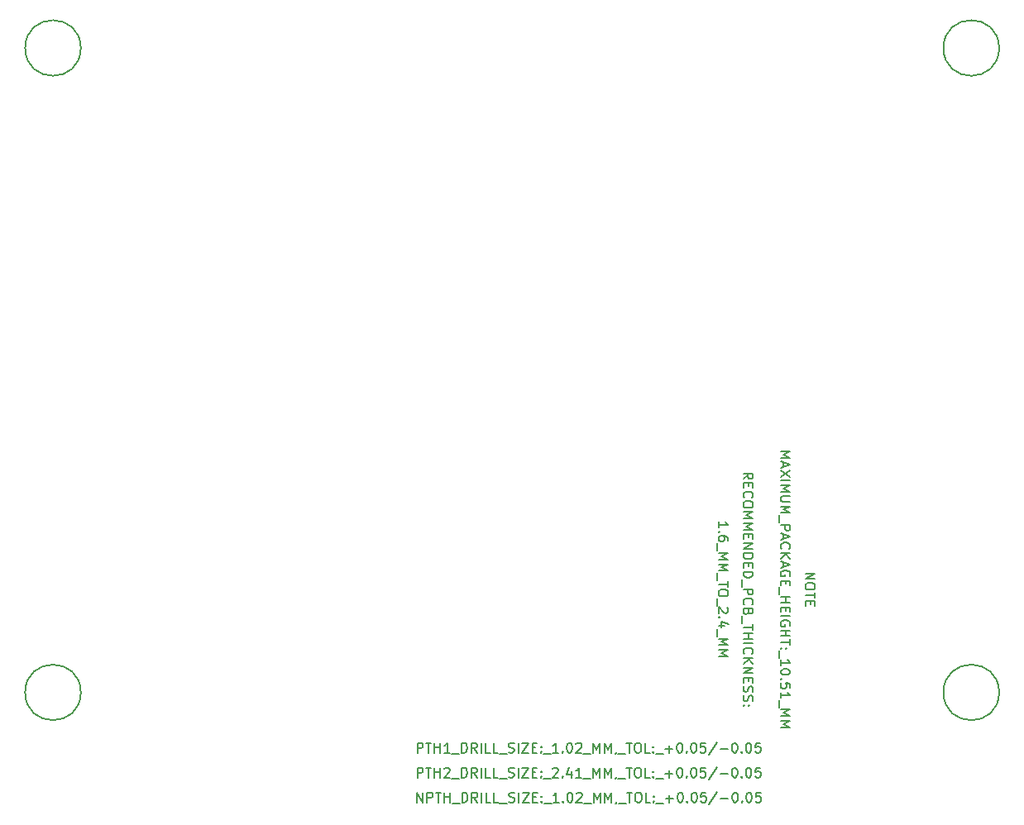
<source format=gbr>
%TF.GenerationSoftware,KiCad,Pcbnew,8.0.8*%
%TF.CreationDate,2025-02-06T17:20:13+00:00*%
%TF.ProjectId,mallow_adapt_v1.3,6d616c6c-6f77-45f6-9164-6170745f7631,rev?*%
%TF.SameCoordinates,Original*%
%TF.FileFunction,Other,Comment*%
%FSLAX46Y46*%
G04 Gerber Fmt 4.6, Leading zero omitted, Abs format (unit mm)*
G04 Created by KiCad (PCBNEW 8.0.8) date 2025-02-06 17:20:13*
%MOMM*%
%LPD*%
G01*
G04 APERTURE LIST*
%ADD10C,0.150000*%
G04 APERTURE END LIST*
D10*
X36302396Y-16714818D02*
X36302396Y-15714818D01*
X36302396Y-15714818D02*
X36683348Y-15714818D01*
X36683348Y-15714818D02*
X36778586Y-15762437D01*
X36778586Y-15762437D02*
X36826205Y-15810056D01*
X36826205Y-15810056D02*
X36873824Y-15905294D01*
X36873824Y-15905294D02*
X36873824Y-16048151D01*
X36873824Y-16048151D02*
X36826205Y-16143389D01*
X36826205Y-16143389D02*
X36778586Y-16191008D01*
X36778586Y-16191008D02*
X36683348Y-16238627D01*
X36683348Y-16238627D02*
X36302396Y-16238627D01*
X37159539Y-15714818D02*
X37730967Y-15714818D01*
X37445253Y-16714818D02*
X37445253Y-15714818D01*
X38064301Y-16714818D02*
X38064301Y-15714818D01*
X38064301Y-16191008D02*
X38635729Y-16191008D01*
X38635729Y-16714818D02*
X38635729Y-15714818D01*
X39064301Y-15810056D02*
X39111920Y-15762437D01*
X39111920Y-15762437D02*
X39207158Y-15714818D01*
X39207158Y-15714818D02*
X39445253Y-15714818D01*
X39445253Y-15714818D02*
X39540491Y-15762437D01*
X39540491Y-15762437D02*
X39588110Y-15810056D01*
X39588110Y-15810056D02*
X39635729Y-15905294D01*
X39635729Y-15905294D02*
X39635729Y-16000532D01*
X39635729Y-16000532D02*
X39588110Y-16143389D01*
X39588110Y-16143389D02*
X39016682Y-16714818D01*
X39016682Y-16714818D02*
X39635729Y-16714818D01*
X39826206Y-16810056D02*
X40588110Y-16810056D01*
X40826206Y-16714818D02*
X40826206Y-15714818D01*
X40826206Y-15714818D02*
X41064301Y-15714818D01*
X41064301Y-15714818D02*
X41207158Y-15762437D01*
X41207158Y-15762437D02*
X41302396Y-15857675D01*
X41302396Y-15857675D02*
X41350015Y-15952913D01*
X41350015Y-15952913D02*
X41397634Y-16143389D01*
X41397634Y-16143389D02*
X41397634Y-16286246D01*
X41397634Y-16286246D02*
X41350015Y-16476722D01*
X41350015Y-16476722D02*
X41302396Y-16571960D01*
X41302396Y-16571960D02*
X41207158Y-16667199D01*
X41207158Y-16667199D02*
X41064301Y-16714818D01*
X41064301Y-16714818D02*
X40826206Y-16714818D01*
X42397634Y-16714818D02*
X42064301Y-16238627D01*
X41826206Y-16714818D02*
X41826206Y-15714818D01*
X41826206Y-15714818D02*
X42207158Y-15714818D01*
X42207158Y-15714818D02*
X42302396Y-15762437D01*
X42302396Y-15762437D02*
X42350015Y-15810056D01*
X42350015Y-15810056D02*
X42397634Y-15905294D01*
X42397634Y-15905294D02*
X42397634Y-16048151D01*
X42397634Y-16048151D02*
X42350015Y-16143389D01*
X42350015Y-16143389D02*
X42302396Y-16191008D01*
X42302396Y-16191008D02*
X42207158Y-16238627D01*
X42207158Y-16238627D02*
X41826206Y-16238627D01*
X42826206Y-16714818D02*
X42826206Y-15714818D01*
X43778586Y-16714818D02*
X43302396Y-16714818D01*
X43302396Y-16714818D02*
X43302396Y-15714818D01*
X44588110Y-16714818D02*
X44111920Y-16714818D01*
X44111920Y-16714818D02*
X44111920Y-15714818D01*
X44683349Y-16810056D02*
X45445253Y-16810056D01*
X45635730Y-16667199D02*
X45778587Y-16714818D01*
X45778587Y-16714818D02*
X46016682Y-16714818D01*
X46016682Y-16714818D02*
X46111920Y-16667199D01*
X46111920Y-16667199D02*
X46159539Y-16619579D01*
X46159539Y-16619579D02*
X46207158Y-16524341D01*
X46207158Y-16524341D02*
X46207158Y-16429103D01*
X46207158Y-16429103D02*
X46159539Y-16333865D01*
X46159539Y-16333865D02*
X46111920Y-16286246D01*
X46111920Y-16286246D02*
X46016682Y-16238627D01*
X46016682Y-16238627D02*
X45826206Y-16191008D01*
X45826206Y-16191008D02*
X45730968Y-16143389D01*
X45730968Y-16143389D02*
X45683349Y-16095770D01*
X45683349Y-16095770D02*
X45635730Y-16000532D01*
X45635730Y-16000532D02*
X45635730Y-15905294D01*
X45635730Y-15905294D02*
X45683349Y-15810056D01*
X45683349Y-15810056D02*
X45730968Y-15762437D01*
X45730968Y-15762437D02*
X45826206Y-15714818D01*
X45826206Y-15714818D02*
X46064301Y-15714818D01*
X46064301Y-15714818D02*
X46207158Y-15762437D01*
X46635730Y-16714818D02*
X46635730Y-15714818D01*
X47016682Y-15714818D02*
X47683348Y-15714818D01*
X47683348Y-15714818D02*
X47016682Y-16714818D01*
X47016682Y-16714818D02*
X47683348Y-16714818D01*
X48064301Y-16191008D02*
X48397634Y-16191008D01*
X48540491Y-16714818D02*
X48064301Y-16714818D01*
X48064301Y-16714818D02*
X48064301Y-15714818D01*
X48064301Y-15714818D02*
X48540491Y-15714818D01*
X48969063Y-16619579D02*
X49016682Y-16667199D01*
X49016682Y-16667199D02*
X48969063Y-16714818D01*
X48969063Y-16714818D02*
X48921444Y-16667199D01*
X48921444Y-16667199D02*
X48969063Y-16619579D01*
X48969063Y-16619579D02*
X48969063Y-16714818D01*
X48969063Y-16095770D02*
X49016682Y-16143389D01*
X49016682Y-16143389D02*
X48969063Y-16191008D01*
X48969063Y-16191008D02*
X48921444Y-16143389D01*
X48921444Y-16143389D02*
X48969063Y-16095770D01*
X48969063Y-16095770D02*
X48969063Y-16191008D01*
X49207158Y-16810056D02*
X49969062Y-16810056D01*
X50159539Y-15810056D02*
X50207158Y-15762437D01*
X50207158Y-15762437D02*
X50302396Y-15714818D01*
X50302396Y-15714818D02*
X50540491Y-15714818D01*
X50540491Y-15714818D02*
X50635729Y-15762437D01*
X50635729Y-15762437D02*
X50683348Y-15810056D01*
X50683348Y-15810056D02*
X50730967Y-15905294D01*
X50730967Y-15905294D02*
X50730967Y-16000532D01*
X50730967Y-16000532D02*
X50683348Y-16143389D01*
X50683348Y-16143389D02*
X50111920Y-16714818D01*
X50111920Y-16714818D02*
X50730967Y-16714818D01*
X51159539Y-16619579D02*
X51207158Y-16667199D01*
X51207158Y-16667199D02*
X51159539Y-16714818D01*
X51159539Y-16714818D02*
X51111920Y-16667199D01*
X51111920Y-16667199D02*
X51159539Y-16619579D01*
X51159539Y-16619579D02*
X51159539Y-16714818D01*
X52064300Y-16048151D02*
X52064300Y-16714818D01*
X51826205Y-15667199D02*
X51588110Y-16381484D01*
X51588110Y-16381484D02*
X52207157Y-16381484D01*
X53111919Y-16714818D02*
X52540491Y-16714818D01*
X52826205Y-16714818D02*
X52826205Y-15714818D01*
X52826205Y-15714818D02*
X52730967Y-15857675D01*
X52730967Y-15857675D02*
X52635729Y-15952913D01*
X52635729Y-15952913D02*
X52540491Y-16000532D01*
X53302396Y-16810056D02*
X54064300Y-16810056D01*
X54302396Y-16714818D02*
X54302396Y-15714818D01*
X54302396Y-15714818D02*
X54635729Y-16429103D01*
X54635729Y-16429103D02*
X54969062Y-15714818D01*
X54969062Y-15714818D02*
X54969062Y-16714818D01*
X55445253Y-16714818D02*
X55445253Y-15714818D01*
X55445253Y-15714818D02*
X55778586Y-16429103D01*
X55778586Y-16429103D02*
X56111919Y-15714818D01*
X56111919Y-15714818D02*
X56111919Y-16714818D01*
X56635729Y-16667199D02*
X56635729Y-16714818D01*
X56635729Y-16714818D02*
X56588110Y-16810056D01*
X56588110Y-16810056D02*
X56540491Y-16857675D01*
X56826205Y-16810056D02*
X57588109Y-16810056D01*
X57683348Y-15714818D02*
X58254776Y-15714818D01*
X57969062Y-16714818D02*
X57969062Y-15714818D01*
X58778586Y-15714818D02*
X58969062Y-15714818D01*
X58969062Y-15714818D02*
X59064300Y-15762437D01*
X59064300Y-15762437D02*
X59159538Y-15857675D01*
X59159538Y-15857675D02*
X59207157Y-16048151D01*
X59207157Y-16048151D02*
X59207157Y-16381484D01*
X59207157Y-16381484D02*
X59159538Y-16571960D01*
X59159538Y-16571960D02*
X59064300Y-16667199D01*
X59064300Y-16667199D02*
X58969062Y-16714818D01*
X58969062Y-16714818D02*
X58778586Y-16714818D01*
X58778586Y-16714818D02*
X58683348Y-16667199D01*
X58683348Y-16667199D02*
X58588110Y-16571960D01*
X58588110Y-16571960D02*
X58540491Y-16381484D01*
X58540491Y-16381484D02*
X58540491Y-16048151D01*
X58540491Y-16048151D02*
X58588110Y-15857675D01*
X58588110Y-15857675D02*
X58683348Y-15762437D01*
X58683348Y-15762437D02*
X58778586Y-15714818D01*
X60111919Y-16714818D02*
X59635729Y-16714818D01*
X59635729Y-16714818D02*
X59635729Y-15714818D01*
X60445253Y-16619579D02*
X60492872Y-16667199D01*
X60492872Y-16667199D02*
X60445253Y-16714818D01*
X60445253Y-16714818D02*
X60397634Y-16667199D01*
X60397634Y-16667199D02*
X60445253Y-16619579D01*
X60445253Y-16619579D02*
X60445253Y-16714818D01*
X60445253Y-16095770D02*
X60492872Y-16143389D01*
X60492872Y-16143389D02*
X60445253Y-16191008D01*
X60445253Y-16191008D02*
X60397634Y-16143389D01*
X60397634Y-16143389D02*
X60445253Y-16095770D01*
X60445253Y-16095770D02*
X60445253Y-16191008D01*
X60683348Y-16810056D02*
X61445252Y-16810056D01*
X61683348Y-16333865D02*
X62445253Y-16333865D01*
X62064300Y-16714818D02*
X62064300Y-15952913D01*
X63111919Y-15714818D02*
X63207157Y-15714818D01*
X63207157Y-15714818D02*
X63302395Y-15762437D01*
X63302395Y-15762437D02*
X63350014Y-15810056D01*
X63350014Y-15810056D02*
X63397633Y-15905294D01*
X63397633Y-15905294D02*
X63445252Y-16095770D01*
X63445252Y-16095770D02*
X63445252Y-16333865D01*
X63445252Y-16333865D02*
X63397633Y-16524341D01*
X63397633Y-16524341D02*
X63350014Y-16619579D01*
X63350014Y-16619579D02*
X63302395Y-16667199D01*
X63302395Y-16667199D02*
X63207157Y-16714818D01*
X63207157Y-16714818D02*
X63111919Y-16714818D01*
X63111919Y-16714818D02*
X63016681Y-16667199D01*
X63016681Y-16667199D02*
X62969062Y-16619579D01*
X62969062Y-16619579D02*
X62921443Y-16524341D01*
X62921443Y-16524341D02*
X62873824Y-16333865D01*
X62873824Y-16333865D02*
X62873824Y-16095770D01*
X62873824Y-16095770D02*
X62921443Y-15905294D01*
X62921443Y-15905294D02*
X62969062Y-15810056D01*
X62969062Y-15810056D02*
X63016681Y-15762437D01*
X63016681Y-15762437D02*
X63111919Y-15714818D01*
X63873824Y-16619579D02*
X63921443Y-16667199D01*
X63921443Y-16667199D02*
X63873824Y-16714818D01*
X63873824Y-16714818D02*
X63826205Y-16667199D01*
X63826205Y-16667199D02*
X63873824Y-16619579D01*
X63873824Y-16619579D02*
X63873824Y-16714818D01*
X64540490Y-15714818D02*
X64635728Y-15714818D01*
X64635728Y-15714818D02*
X64730966Y-15762437D01*
X64730966Y-15762437D02*
X64778585Y-15810056D01*
X64778585Y-15810056D02*
X64826204Y-15905294D01*
X64826204Y-15905294D02*
X64873823Y-16095770D01*
X64873823Y-16095770D02*
X64873823Y-16333865D01*
X64873823Y-16333865D02*
X64826204Y-16524341D01*
X64826204Y-16524341D02*
X64778585Y-16619579D01*
X64778585Y-16619579D02*
X64730966Y-16667199D01*
X64730966Y-16667199D02*
X64635728Y-16714818D01*
X64635728Y-16714818D02*
X64540490Y-16714818D01*
X64540490Y-16714818D02*
X64445252Y-16667199D01*
X64445252Y-16667199D02*
X64397633Y-16619579D01*
X64397633Y-16619579D02*
X64350014Y-16524341D01*
X64350014Y-16524341D02*
X64302395Y-16333865D01*
X64302395Y-16333865D02*
X64302395Y-16095770D01*
X64302395Y-16095770D02*
X64350014Y-15905294D01*
X64350014Y-15905294D02*
X64397633Y-15810056D01*
X64397633Y-15810056D02*
X64445252Y-15762437D01*
X64445252Y-15762437D02*
X64540490Y-15714818D01*
X65778585Y-15714818D02*
X65302395Y-15714818D01*
X65302395Y-15714818D02*
X65254776Y-16191008D01*
X65254776Y-16191008D02*
X65302395Y-16143389D01*
X65302395Y-16143389D02*
X65397633Y-16095770D01*
X65397633Y-16095770D02*
X65635728Y-16095770D01*
X65635728Y-16095770D02*
X65730966Y-16143389D01*
X65730966Y-16143389D02*
X65778585Y-16191008D01*
X65778585Y-16191008D02*
X65826204Y-16286246D01*
X65826204Y-16286246D02*
X65826204Y-16524341D01*
X65826204Y-16524341D02*
X65778585Y-16619579D01*
X65778585Y-16619579D02*
X65730966Y-16667199D01*
X65730966Y-16667199D02*
X65635728Y-16714818D01*
X65635728Y-16714818D02*
X65397633Y-16714818D01*
X65397633Y-16714818D02*
X65302395Y-16667199D01*
X65302395Y-16667199D02*
X65254776Y-16619579D01*
X66969061Y-15667199D02*
X66111919Y-16952913D01*
X67302395Y-16333865D02*
X68064300Y-16333865D01*
X68730966Y-15714818D02*
X68826204Y-15714818D01*
X68826204Y-15714818D02*
X68921442Y-15762437D01*
X68921442Y-15762437D02*
X68969061Y-15810056D01*
X68969061Y-15810056D02*
X69016680Y-15905294D01*
X69016680Y-15905294D02*
X69064299Y-16095770D01*
X69064299Y-16095770D02*
X69064299Y-16333865D01*
X69064299Y-16333865D02*
X69016680Y-16524341D01*
X69016680Y-16524341D02*
X68969061Y-16619579D01*
X68969061Y-16619579D02*
X68921442Y-16667199D01*
X68921442Y-16667199D02*
X68826204Y-16714818D01*
X68826204Y-16714818D02*
X68730966Y-16714818D01*
X68730966Y-16714818D02*
X68635728Y-16667199D01*
X68635728Y-16667199D02*
X68588109Y-16619579D01*
X68588109Y-16619579D02*
X68540490Y-16524341D01*
X68540490Y-16524341D02*
X68492871Y-16333865D01*
X68492871Y-16333865D02*
X68492871Y-16095770D01*
X68492871Y-16095770D02*
X68540490Y-15905294D01*
X68540490Y-15905294D02*
X68588109Y-15810056D01*
X68588109Y-15810056D02*
X68635728Y-15762437D01*
X68635728Y-15762437D02*
X68730966Y-15714818D01*
X69492871Y-16619579D02*
X69540490Y-16667199D01*
X69540490Y-16667199D02*
X69492871Y-16714818D01*
X69492871Y-16714818D02*
X69445252Y-16667199D01*
X69445252Y-16667199D02*
X69492871Y-16619579D01*
X69492871Y-16619579D02*
X69492871Y-16714818D01*
X70159537Y-15714818D02*
X70254775Y-15714818D01*
X70254775Y-15714818D02*
X70350013Y-15762437D01*
X70350013Y-15762437D02*
X70397632Y-15810056D01*
X70397632Y-15810056D02*
X70445251Y-15905294D01*
X70445251Y-15905294D02*
X70492870Y-16095770D01*
X70492870Y-16095770D02*
X70492870Y-16333865D01*
X70492870Y-16333865D02*
X70445251Y-16524341D01*
X70445251Y-16524341D02*
X70397632Y-16619579D01*
X70397632Y-16619579D02*
X70350013Y-16667199D01*
X70350013Y-16667199D02*
X70254775Y-16714818D01*
X70254775Y-16714818D02*
X70159537Y-16714818D01*
X70159537Y-16714818D02*
X70064299Y-16667199D01*
X70064299Y-16667199D02*
X70016680Y-16619579D01*
X70016680Y-16619579D02*
X69969061Y-16524341D01*
X69969061Y-16524341D02*
X69921442Y-16333865D01*
X69921442Y-16333865D02*
X69921442Y-16095770D01*
X69921442Y-16095770D02*
X69969061Y-15905294D01*
X69969061Y-15905294D02*
X70016680Y-15810056D01*
X70016680Y-15810056D02*
X70064299Y-15762437D01*
X70064299Y-15762437D02*
X70159537Y-15714818D01*
X71397632Y-15714818D02*
X70921442Y-15714818D01*
X70921442Y-15714818D02*
X70873823Y-16191008D01*
X70873823Y-16191008D02*
X70921442Y-16143389D01*
X70921442Y-16143389D02*
X71016680Y-16095770D01*
X71016680Y-16095770D02*
X71254775Y-16095770D01*
X71254775Y-16095770D02*
X71350013Y-16143389D01*
X71350013Y-16143389D02*
X71397632Y-16191008D01*
X71397632Y-16191008D02*
X71445251Y-16286246D01*
X71445251Y-16286246D02*
X71445251Y-16524341D01*
X71445251Y-16524341D02*
X71397632Y-16619579D01*
X71397632Y-16619579D02*
X71350013Y-16667199D01*
X71350013Y-16667199D02*
X71254775Y-16714818D01*
X71254775Y-16714818D02*
X71016680Y-16714818D01*
X71016680Y-16714818D02*
X70921442Y-16667199D01*
X70921442Y-16667199D02*
X70873823Y-16619579D01*
X36254777Y-19254817D02*
X36254777Y-18254817D01*
X36254777Y-18254817D02*
X36826205Y-19254817D01*
X36826205Y-19254817D02*
X36826205Y-18254817D01*
X37302396Y-19254817D02*
X37302396Y-18254817D01*
X37302396Y-18254817D02*
X37683348Y-18254817D01*
X37683348Y-18254817D02*
X37778586Y-18302436D01*
X37778586Y-18302436D02*
X37826205Y-18350055D01*
X37826205Y-18350055D02*
X37873824Y-18445293D01*
X37873824Y-18445293D02*
X37873824Y-18588150D01*
X37873824Y-18588150D02*
X37826205Y-18683388D01*
X37826205Y-18683388D02*
X37778586Y-18731007D01*
X37778586Y-18731007D02*
X37683348Y-18778626D01*
X37683348Y-18778626D02*
X37302396Y-18778626D01*
X38159539Y-18254817D02*
X38730967Y-18254817D01*
X38445253Y-19254817D02*
X38445253Y-18254817D01*
X39064301Y-19254817D02*
X39064301Y-18254817D01*
X39064301Y-18731007D02*
X39635729Y-18731007D01*
X39635729Y-19254817D02*
X39635729Y-18254817D01*
X39873825Y-19350055D02*
X40635729Y-19350055D01*
X40873825Y-19254817D02*
X40873825Y-18254817D01*
X40873825Y-18254817D02*
X41111920Y-18254817D01*
X41111920Y-18254817D02*
X41254777Y-18302436D01*
X41254777Y-18302436D02*
X41350015Y-18397674D01*
X41350015Y-18397674D02*
X41397634Y-18492912D01*
X41397634Y-18492912D02*
X41445253Y-18683388D01*
X41445253Y-18683388D02*
X41445253Y-18826245D01*
X41445253Y-18826245D02*
X41397634Y-19016721D01*
X41397634Y-19016721D02*
X41350015Y-19111959D01*
X41350015Y-19111959D02*
X41254777Y-19207198D01*
X41254777Y-19207198D02*
X41111920Y-19254817D01*
X41111920Y-19254817D02*
X40873825Y-19254817D01*
X42445253Y-19254817D02*
X42111920Y-18778626D01*
X41873825Y-19254817D02*
X41873825Y-18254817D01*
X41873825Y-18254817D02*
X42254777Y-18254817D01*
X42254777Y-18254817D02*
X42350015Y-18302436D01*
X42350015Y-18302436D02*
X42397634Y-18350055D01*
X42397634Y-18350055D02*
X42445253Y-18445293D01*
X42445253Y-18445293D02*
X42445253Y-18588150D01*
X42445253Y-18588150D02*
X42397634Y-18683388D01*
X42397634Y-18683388D02*
X42350015Y-18731007D01*
X42350015Y-18731007D02*
X42254777Y-18778626D01*
X42254777Y-18778626D02*
X41873825Y-18778626D01*
X42873825Y-19254817D02*
X42873825Y-18254817D01*
X43826205Y-19254817D02*
X43350015Y-19254817D01*
X43350015Y-19254817D02*
X43350015Y-18254817D01*
X44635729Y-19254817D02*
X44159539Y-19254817D01*
X44159539Y-19254817D02*
X44159539Y-18254817D01*
X44730968Y-19350055D02*
X45492872Y-19350055D01*
X45683349Y-19207198D02*
X45826206Y-19254817D01*
X45826206Y-19254817D02*
X46064301Y-19254817D01*
X46064301Y-19254817D02*
X46159539Y-19207198D01*
X46159539Y-19207198D02*
X46207158Y-19159578D01*
X46207158Y-19159578D02*
X46254777Y-19064340D01*
X46254777Y-19064340D02*
X46254777Y-18969102D01*
X46254777Y-18969102D02*
X46207158Y-18873864D01*
X46207158Y-18873864D02*
X46159539Y-18826245D01*
X46159539Y-18826245D02*
X46064301Y-18778626D01*
X46064301Y-18778626D02*
X45873825Y-18731007D01*
X45873825Y-18731007D02*
X45778587Y-18683388D01*
X45778587Y-18683388D02*
X45730968Y-18635769D01*
X45730968Y-18635769D02*
X45683349Y-18540531D01*
X45683349Y-18540531D02*
X45683349Y-18445293D01*
X45683349Y-18445293D02*
X45730968Y-18350055D01*
X45730968Y-18350055D02*
X45778587Y-18302436D01*
X45778587Y-18302436D02*
X45873825Y-18254817D01*
X45873825Y-18254817D02*
X46111920Y-18254817D01*
X46111920Y-18254817D02*
X46254777Y-18302436D01*
X46683349Y-19254817D02*
X46683349Y-18254817D01*
X47064301Y-18254817D02*
X47730967Y-18254817D01*
X47730967Y-18254817D02*
X47064301Y-19254817D01*
X47064301Y-19254817D02*
X47730967Y-19254817D01*
X48111920Y-18731007D02*
X48445253Y-18731007D01*
X48588110Y-19254817D02*
X48111920Y-19254817D01*
X48111920Y-19254817D02*
X48111920Y-18254817D01*
X48111920Y-18254817D02*
X48588110Y-18254817D01*
X49016682Y-19159578D02*
X49064301Y-19207198D01*
X49064301Y-19207198D02*
X49016682Y-19254817D01*
X49016682Y-19254817D02*
X48969063Y-19207198D01*
X48969063Y-19207198D02*
X49016682Y-19159578D01*
X49016682Y-19159578D02*
X49016682Y-19254817D01*
X49016682Y-18635769D02*
X49064301Y-18683388D01*
X49064301Y-18683388D02*
X49016682Y-18731007D01*
X49016682Y-18731007D02*
X48969063Y-18683388D01*
X48969063Y-18683388D02*
X49016682Y-18635769D01*
X49016682Y-18635769D02*
X49016682Y-18731007D01*
X49254777Y-19350055D02*
X50016681Y-19350055D01*
X50778586Y-19254817D02*
X50207158Y-19254817D01*
X50492872Y-19254817D02*
X50492872Y-18254817D01*
X50492872Y-18254817D02*
X50397634Y-18397674D01*
X50397634Y-18397674D02*
X50302396Y-18492912D01*
X50302396Y-18492912D02*
X50207158Y-18540531D01*
X51207158Y-19159578D02*
X51254777Y-19207198D01*
X51254777Y-19207198D02*
X51207158Y-19254817D01*
X51207158Y-19254817D02*
X51159539Y-19207198D01*
X51159539Y-19207198D02*
X51207158Y-19159578D01*
X51207158Y-19159578D02*
X51207158Y-19254817D01*
X51873824Y-18254817D02*
X51969062Y-18254817D01*
X51969062Y-18254817D02*
X52064300Y-18302436D01*
X52064300Y-18302436D02*
X52111919Y-18350055D01*
X52111919Y-18350055D02*
X52159538Y-18445293D01*
X52159538Y-18445293D02*
X52207157Y-18635769D01*
X52207157Y-18635769D02*
X52207157Y-18873864D01*
X52207157Y-18873864D02*
X52159538Y-19064340D01*
X52159538Y-19064340D02*
X52111919Y-19159578D01*
X52111919Y-19159578D02*
X52064300Y-19207198D01*
X52064300Y-19207198D02*
X51969062Y-19254817D01*
X51969062Y-19254817D02*
X51873824Y-19254817D01*
X51873824Y-19254817D02*
X51778586Y-19207198D01*
X51778586Y-19207198D02*
X51730967Y-19159578D01*
X51730967Y-19159578D02*
X51683348Y-19064340D01*
X51683348Y-19064340D02*
X51635729Y-18873864D01*
X51635729Y-18873864D02*
X51635729Y-18635769D01*
X51635729Y-18635769D02*
X51683348Y-18445293D01*
X51683348Y-18445293D02*
X51730967Y-18350055D01*
X51730967Y-18350055D02*
X51778586Y-18302436D01*
X51778586Y-18302436D02*
X51873824Y-18254817D01*
X52588110Y-18350055D02*
X52635729Y-18302436D01*
X52635729Y-18302436D02*
X52730967Y-18254817D01*
X52730967Y-18254817D02*
X52969062Y-18254817D01*
X52969062Y-18254817D02*
X53064300Y-18302436D01*
X53064300Y-18302436D02*
X53111919Y-18350055D01*
X53111919Y-18350055D02*
X53159538Y-18445293D01*
X53159538Y-18445293D02*
X53159538Y-18540531D01*
X53159538Y-18540531D02*
X53111919Y-18683388D01*
X53111919Y-18683388D02*
X52540491Y-19254817D01*
X52540491Y-19254817D02*
X53159538Y-19254817D01*
X53350015Y-19350055D02*
X54111919Y-19350055D01*
X54350015Y-19254817D02*
X54350015Y-18254817D01*
X54350015Y-18254817D02*
X54683348Y-18969102D01*
X54683348Y-18969102D02*
X55016681Y-18254817D01*
X55016681Y-18254817D02*
X55016681Y-19254817D01*
X55492872Y-19254817D02*
X55492872Y-18254817D01*
X55492872Y-18254817D02*
X55826205Y-18969102D01*
X55826205Y-18969102D02*
X56159538Y-18254817D01*
X56159538Y-18254817D02*
X56159538Y-19254817D01*
X56683348Y-19207198D02*
X56683348Y-19254817D01*
X56683348Y-19254817D02*
X56635729Y-19350055D01*
X56635729Y-19350055D02*
X56588110Y-19397674D01*
X56873824Y-19350055D02*
X57635728Y-19350055D01*
X57730967Y-18254817D02*
X58302395Y-18254817D01*
X58016681Y-19254817D02*
X58016681Y-18254817D01*
X58826205Y-18254817D02*
X59016681Y-18254817D01*
X59016681Y-18254817D02*
X59111919Y-18302436D01*
X59111919Y-18302436D02*
X59207157Y-18397674D01*
X59207157Y-18397674D02*
X59254776Y-18588150D01*
X59254776Y-18588150D02*
X59254776Y-18921483D01*
X59254776Y-18921483D02*
X59207157Y-19111959D01*
X59207157Y-19111959D02*
X59111919Y-19207198D01*
X59111919Y-19207198D02*
X59016681Y-19254817D01*
X59016681Y-19254817D02*
X58826205Y-19254817D01*
X58826205Y-19254817D02*
X58730967Y-19207198D01*
X58730967Y-19207198D02*
X58635729Y-19111959D01*
X58635729Y-19111959D02*
X58588110Y-18921483D01*
X58588110Y-18921483D02*
X58588110Y-18588150D01*
X58588110Y-18588150D02*
X58635729Y-18397674D01*
X58635729Y-18397674D02*
X58730967Y-18302436D01*
X58730967Y-18302436D02*
X58826205Y-18254817D01*
X60159538Y-19254817D02*
X59683348Y-19254817D01*
X59683348Y-19254817D02*
X59683348Y-18254817D01*
X60492872Y-19159578D02*
X60540491Y-19207198D01*
X60540491Y-19207198D02*
X60492872Y-19254817D01*
X60492872Y-19254817D02*
X60445253Y-19207198D01*
X60445253Y-19207198D02*
X60492872Y-19159578D01*
X60492872Y-19159578D02*
X60492872Y-19254817D01*
X60492872Y-18635769D02*
X60540491Y-18683388D01*
X60540491Y-18683388D02*
X60492872Y-18731007D01*
X60492872Y-18731007D02*
X60445253Y-18683388D01*
X60445253Y-18683388D02*
X60492872Y-18635769D01*
X60492872Y-18635769D02*
X60492872Y-18731007D01*
X60730967Y-19350055D02*
X61492871Y-19350055D01*
X61730967Y-18873864D02*
X62492872Y-18873864D01*
X62111919Y-19254817D02*
X62111919Y-18492912D01*
X63159538Y-18254817D02*
X63254776Y-18254817D01*
X63254776Y-18254817D02*
X63350014Y-18302436D01*
X63350014Y-18302436D02*
X63397633Y-18350055D01*
X63397633Y-18350055D02*
X63445252Y-18445293D01*
X63445252Y-18445293D02*
X63492871Y-18635769D01*
X63492871Y-18635769D02*
X63492871Y-18873864D01*
X63492871Y-18873864D02*
X63445252Y-19064340D01*
X63445252Y-19064340D02*
X63397633Y-19159578D01*
X63397633Y-19159578D02*
X63350014Y-19207198D01*
X63350014Y-19207198D02*
X63254776Y-19254817D01*
X63254776Y-19254817D02*
X63159538Y-19254817D01*
X63159538Y-19254817D02*
X63064300Y-19207198D01*
X63064300Y-19207198D02*
X63016681Y-19159578D01*
X63016681Y-19159578D02*
X62969062Y-19064340D01*
X62969062Y-19064340D02*
X62921443Y-18873864D01*
X62921443Y-18873864D02*
X62921443Y-18635769D01*
X62921443Y-18635769D02*
X62969062Y-18445293D01*
X62969062Y-18445293D02*
X63016681Y-18350055D01*
X63016681Y-18350055D02*
X63064300Y-18302436D01*
X63064300Y-18302436D02*
X63159538Y-18254817D01*
X63921443Y-19159578D02*
X63969062Y-19207198D01*
X63969062Y-19207198D02*
X63921443Y-19254817D01*
X63921443Y-19254817D02*
X63873824Y-19207198D01*
X63873824Y-19207198D02*
X63921443Y-19159578D01*
X63921443Y-19159578D02*
X63921443Y-19254817D01*
X64588109Y-18254817D02*
X64683347Y-18254817D01*
X64683347Y-18254817D02*
X64778585Y-18302436D01*
X64778585Y-18302436D02*
X64826204Y-18350055D01*
X64826204Y-18350055D02*
X64873823Y-18445293D01*
X64873823Y-18445293D02*
X64921442Y-18635769D01*
X64921442Y-18635769D02*
X64921442Y-18873864D01*
X64921442Y-18873864D02*
X64873823Y-19064340D01*
X64873823Y-19064340D02*
X64826204Y-19159578D01*
X64826204Y-19159578D02*
X64778585Y-19207198D01*
X64778585Y-19207198D02*
X64683347Y-19254817D01*
X64683347Y-19254817D02*
X64588109Y-19254817D01*
X64588109Y-19254817D02*
X64492871Y-19207198D01*
X64492871Y-19207198D02*
X64445252Y-19159578D01*
X64445252Y-19159578D02*
X64397633Y-19064340D01*
X64397633Y-19064340D02*
X64350014Y-18873864D01*
X64350014Y-18873864D02*
X64350014Y-18635769D01*
X64350014Y-18635769D02*
X64397633Y-18445293D01*
X64397633Y-18445293D02*
X64445252Y-18350055D01*
X64445252Y-18350055D02*
X64492871Y-18302436D01*
X64492871Y-18302436D02*
X64588109Y-18254817D01*
X65826204Y-18254817D02*
X65350014Y-18254817D01*
X65350014Y-18254817D02*
X65302395Y-18731007D01*
X65302395Y-18731007D02*
X65350014Y-18683388D01*
X65350014Y-18683388D02*
X65445252Y-18635769D01*
X65445252Y-18635769D02*
X65683347Y-18635769D01*
X65683347Y-18635769D02*
X65778585Y-18683388D01*
X65778585Y-18683388D02*
X65826204Y-18731007D01*
X65826204Y-18731007D02*
X65873823Y-18826245D01*
X65873823Y-18826245D02*
X65873823Y-19064340D01*
X65873823Y-19064340D02*
X65826204Y-19159578D01*
X65826204Y-19159578D02*
X65778585Y-19207198D01*
X65778585Y-19207198D02*
X65683347Y-19254817D01*
X65683347Y-19254817D02*
X65445252Y-19254817D01*
X65445252Y-19254817D02*
X65350014Y-19207198D01*
X65350014Y-19207198D02*
X65302395Y-19159578D01*
X67016680Y-18207198D02*
X66159538Y-19492912D01*
X67350014Y-18873864D02*
X68111919Y-18873864D01*
X68778585Y-18254817D02*
X68873823Y-18254817D01*
X68873823Y-18254817D02*
X68969061Y-18302436D01*
X68969061Y-18302436D02*
X69016680Y-18350055D01*
X69016680Y-18350055D02*
X69064299Y-18445293D01*
X69064299Y-18445293D02*
X69111918Y-18635769D01*
X69111918Y-18635769D02*
X69111918Y-18873864D01*
X69111918Y-18873864D02*
X69064299Y-19064340D01*
X69064299Y-19064340D02*
X69016680Y-19159578D01*
X69016680Y-19159578D02*
X68969061Y-19207198D01*
X68969061Y-19207198D02*
X68873823Y-19254817D01*
X68873823Y-19254817D02*
X68778585Y-19254817D01*
X68778585Y-19254817D02*
X68683347Y-19207198D01*
X68683347Y-19207198D02*
X68635728Y-19159578D01*
X68635728Y-19159578D02*
X68588109Y-19064340D01*
X68588109Y-19064340D02*
X68540490Y-18873864D01*
X68540490Y-18873864D02*
X68540490Y-18635769D01*
X68540490Y-18635769D02*
X68588109Y-18445293D01*
X68588109Y-18445293D02*
X68635728Y-18350055D01*
X68635728Y-18350055D02*
X68683347Y-18302436D01*
X68683347Y-18302436D02*
X68778585Y-18254817D01*
X69540490Y-19159578D02*
X69588109Y-19207198D01*
X69588109Y-19207198D02*
X69540490Y-19254817D01*
X69540490Y-19254817D02*
X69492871Y-19207198D01*
X69492871Y-19207198D02*
X69540490Y-19159578D01*
X69540490Y-19159578D02*
X69540490Y-19254817D01*
X70207156Y-18254817D02*
X70302394Y-18254817D01*
X70302394Y-18254817D02*
X70397632Y-18302436D01*
X70397632Y-18302436D02*
X70445251Y-18350055D01*
X70445251Y-18350055D02*
X70492870Y-18445293D01*
X70492870Y-18445293D02*
X70540489Y-18635769D01*
X70540489Y-18635769D02*
X70540489Y-18873864D01*
X70540489Y-18873864D02*
X70492870Y-19064340D01*
X70492870Y-19064340D02*
X70445251Y-19159578D01*
X70445251Y-19159578D02*
X70397632Y-19207198D01*
X70397632Y-19207198D02*
X70302394Y-19254817D01*
X70302394Y-19254817D02*
X70207156Y-19254817D01*
X70207156Y-19254817D02*
X70111918Y-19207198D01*
X70111918Y-19207198D02*
X70064299Y-19159578D01*
X70064299Y-19159578D02*
X70016680Y-19064340D01*
X70016680Y-19064340D02*
X69969061Y-18873864D01*
X69969061Y-18873864D02*
X69969061Y-18635769D01*
X69969061Y-18635769D02*
X70016680Y-18445293D01*
X70016680Y-18445293D02*
X70064299Y-18350055D01*
X70064299Y-18350055D02*
X70111918Y-18302436D01*
X70111918Y-18302436D02*
X70207156Y-18254817D01*
X71445251Y-18254817D02*
X70969061Y-18254817D01*
X70969061Y-18254817D02*
X70921442Y-18731007D01*
X70921442Y-18731007D02*
X70969061Y-18683388D01*
X70969061Y-18683388D02*
X71064299Y-18635769D01*
X71064299Y-18635769D02*
X71302394Y-18635769D01*
X71302394Y-18635769D02*
X71397632Y-18683388D01*
X71397632Y-18683388D02*
X71445251Y-18731007D01*
X71445251Y-18731007D02*
X71492870Y-18826245D01*
X71492870Y-18826245D02*
X71492870Y-19064340D01*
X71492870Y-19064340D02*
X71445251Y-19159578D01*
X71445251Y-19159578D02*
X71397632Y-19207198D01*
X71397632Y-19207198D02*
X71302394Y-19254817D01*
X71302394Y-19254817D02*
X71064299Y-19254817D01*
X71064299Y-19254817D02*
X70969061Y-19207198D01*
X70969061Y-19207198D02*
X70921442Y-19159578D01*
X36302396Y-14174818D02*
X36302396Y-13174818D01*
X36302396Y-13174818D02*
X36683348Y-13174818D01*
X36683348Y-13174818D02*
X36778586Y-13222437D01*
X36778586Y-13222437D02*
X36826205Y-13270056D01*
X36826205Y-13270056D02*
X36873824Y-13365294D01*
X36873824Y-13365294D02*
X36873824Y-13508151D01*
X36873824Y-13508151D02*
X36826205Y-13603389D01*
X36826205Y-13603389D02*
X36778586Y-13651008D01*
X36778586Y-13651008D02*
X36683348Y-13698627D01*
X36683348Y-13698627D02*
X36302396Y-13698627D01*
X37159539Y-13174818D02*
X37730967Y-13174818D01*
X37445253Y-14174818D02*
X37445253Y-13174818D01*
X38064301Y-14174818D02*
X38064301Y-13174818D01*
X38064301Y-13651008D02*
X38635729Y-13651008D01*
X38635729Y-14174818D02*
X38635729Y-13174818D01*
X39635729Y-14174818D02*
X39064301Y-14174818D01*
X39350015Y-14174818D02*
X39350015Y-13174818D01*
X39350015Y-13174818D02*
X39254777Y-13317675D01*
X39254777Y-13317675D02*
X39159539Y-13412913D01*
X39159539Y-13412913D02*
X39064301Y-13460532D01*
X39826206Y-14270056D02*
X40588110Y-14270056D01*
X40826206Y-14174818D02*
X40826206Y-13174818D01*
X40826206Y-13174818D02*
X41064301Y-13174818D01*
X41064301Y-13174818D02*
X41207158Y-13222437D01*
X41207158Y-13222437D02*
X41302396Y-13317675D01*
X41302396Y-13317675D02*
X41350015Y-13412913D01*
X41350015Y-13412913D02*
X41397634Y-13603389D01*
X41397634Y-13603389D02*
X41397634Y-13746246D01*
X41397634Y-13746246D02*
X41350015Y-13936722D01*
X41350015Y-13936722D02*
X41302396Y-14031960D01*
X41302396Y-14031960D02*
X41207158Y-14127199D01*
X41207158Y-14127199D02*
X41064301Y-14174818D01*
X41064301Y-14174818D02*
X40826206Y-14174818D01*
X42397634Y-14174818D02*
X42064301Y-13698627D01*
X41826206Y-14174818D02*
X41826206Y-13174818D01*
X41826206Y-13174818D02*
X42207158Y-13174818D01*
X42207158Y-13174818D02*
X42302396Y-13222437D01*
X42302396Y-13222437D02*
X42350015Y-13270056D01*
X42350015Y-13270056D02*
X42397634Y-13365294D01*
X42397634Y-13365294D02*
X42397634Y-13508151D01*
X42397634Y-13508151D02*
X42350015Y-13603389D01*
X42350015Y-13603389D02*
X42302396Y-13651008D01*
X42302396Y-13651008D02*
X42207158Y-13698627D01*
X42207158Y-13698627D02*
X41826206Y-13698627D01*
X42826206Y-14174818D02*
X42826206Y-13174818D01*
X43778586Y-14174818D02*
X43302396Y-14174818D01*
X43302396Y-14174818D02*
X43302396Y-13174818D01*
X44588110Y-14174818D02*
X44111920Y-14174818D01*
X44111920Y-14174818D02*
X44111920Y-13174818D01*
X44683349Y-14270056D02*
X45445253Y-14270056D01*
X45635730Y-14127199D02*
X45778587Y-14174818D01*
X45778587Y-14174818D02*
X46016682Y-14174818D01*
X46016682Y-14174818D02*
X46111920Y-14127199D01*
X46111920Y-14127199D02*
X46159539Y-14079579D01*
X46159539Y-14079579D02*
X46207158Y-13984341D01*
X46207158Y-13984341D02*
X46207158Y-13889103D01*
X46207158Y-13889103D02*
X46159539Y-13793865D01*
X46159539Y-13793865D02*
X46111920Y-13746246D01*
X46111920Y-13746246D02*
X46016682Y-13698627D01*
X46016682Y-13698627D02*
X45826206Y-13651008D01*
X45826206Y-13651008D02*
X45730968Y-13603389D01*
X45730968Y-13603389D02*
X45683349Y-13555770D01*
X45683349Y-13555770D02*
X45635730Y-13460532D01*
X45635730Y-13460532D02*
X45635730Y-13365294D01*
X45635730Y-13365294D02*
X45683349Y-13270056D01*
X45683349Y-13270056D02*
X45730968Y-13222437D01*
X45730968Y-13222437D02*
X45826206Y-13174818D01*
X45826206Y-13174818D02*
X46064301Y-13174818D01*
X46064301Y-13174818D02*
X46207158Y-13222437D01*
X46635730Y-14174818D02*
X46635730Y-13174818D01*
X47016682Y-13174818D02*
X47683348Y-13174818D01*
X47683348Y-13174818D02*
X47016682Y-14174818D01*
X47016682Y-14174818D02*
X47683348Y-14174818D01*
X48064301Y-13651008D02*
X48397634Y-13651008D01*
X48540491Y-14174818D02*
X48064301Y-14174818D01*
X48064301Y-14174818D02*
X48064301Y-13174818D01*
X48064301Y-13174818D02*
X48540491Y-13174818D01*
X48969063Y-14079579D02*
X49016682Y-14127199D01*
X49016682Y-14127199D02*
X48969063Y-14174818D01*
X48969063Y-14174818D02*
X48921444Y-14127199D01*
X48921444Y-14127199D02*
X48969063Y-14079579D01*
X48969063Y-14079579D02*
X48969063Y-14174818D01*
X48969063Y-13555770D02*
X49016682Y-13603389D01*
X49016682Y-13603389D02*
X48969063Y-13651008D01*
X48969063Y-13651008D02*
X48921444Y-13603389D01*
X48921444Y-13603389D02*
X48969063Y-13555770D01*
X48969063Y-13555770D02*
X48969063Y-13651008D01*
X49207158Y-14270056D02*
X49969062Y-14270056D01*
X50730967Y-14174818D02*
X50159539Y-14174818D01*
X50445253Y-14174818D02*
X50445253Y-13174818D01*
X50445253Y-13174818D02*
X50350015Y-13317675D01*
X50350015Y-13317675D02*
X50254777Y-13412913D01*
X50254777Y-13412913D02*
X50159539Y-13460532D01*
X51159539Y-14079579D02*
X51207158Y-14127199D01*
X51207158Y-14127199D02*
X51159539Y-14174818D01*
X51159539Y-14174818D02*
X51111920Y-14127199D01*
X51111920Y-14127199D02*
X51159539Y-14079579D01*
X51159539Y-14079579D02*
X51159539Y-14174818D01*
X51826205Y-13174818D02*
X51921443Y-13174818D01*
X51921443Y-13174818D02*
X52016681Y-13222437D01*
X52016681Y-13222437D02*
X52064300Y-13270056D01*
X52064300Y-13270056D02*
X52111919Y-13365294D01*
X52111919Y-13365294D02*
X52159538Y-13555770D01*
X52159538Y-13555770D02*
X52159538Y-13793865D01*
X52159538Y-13793865D02*
X52111919Y-13984341D01*
X52111919Y-13984341D02*
X52064300Y-14079579D01*
X52064300Y-14079579D02*
X52016681Y-14127199D01*
X52016681Y-14127199D02*
X51921443Y-14174818D01*
X51921443Y-14174818D02*
X51826205Y-14174818D01*
X51826205Y-14174818D02*
X51730967Y-14127199D01*
X51730967Y-14127199D02*
X51683348Y-14079579D01*
X51683348Y-14079579D02*
X51635729Y-13984341D01*
X51635729Y-13984341D02*
X51588110Y-13793865D01*
X51588110Y-13793865D02*
X51588110Y-13555770D01*
X51588110Y-13555770D02*
X51635729Y-13365294D01*
X51635729Y-13365294D02*
X51683348Y-13270056D01*
X51683348Y-13270056D02*
X51730967Y-13222437D01*
X51730967Y-13222437D02*
X51826205Y-13174818D01*
X52540491Y-13270056D02*
X52588110Y-13222437D01*
X52588110Y-13222437D02*
X52683348Y-13174818D01*
X52683348Y-13174818D02*
X52921443Y-13174818D01*
X52921443Y-13174818D02*
X53016681Y-13222437D01*
X53016681Y-13222437D02*
X53064300Y-13270056D01*
X53064300Y-13270056D02*
X53111919Y-13365294D01*
X53111919Y-13365294D02*
X53111919Y-13460532D01*
X53111919Y-13460532D02*
X53064300Y-13603389D01*
X53064300Y-13603389D02*
X52492872Y-14174818D01*
X52492872Y-14174818D02*
X53111919Y-14174818D01*
X53302396Y-14270056D02*
X54064300Y-14270056D01*
X54302396Y-14174818D02*
X54302396Y-13174818D01*
X54302396Y-13174818D02*
X54635729Y-13889103D01*
X54635729Y-13889103D02*
X54969062Y-13174818D01*
X54969062Y-13174818D02*
X54969062Y-14174818D01*
X55445253Y-14174818D02*
X55445253Y-13174818D01*
X55445253Y-13174818D02*
X55778586Y-13889103D01*
X55778586Y-13889103D02*
X56111919Y-13174818D01*
X56111919Y-13174818D02*
X56111919Y-14174818D01*
X56635729Y-14127199D02*
X56635729Y-14174818D01*
X56635729Y-14174818D02*
X56588110Y-14270056D01*
X56588110Y-14270056D02*
X56540491Y-14317675D01*
X56826205Y-14270056D02*
X57588109Y-14270056D01*
X57683348Y-13174818D02*
X58254776Y-13174818D01*
X57969062Y-14174818D02*
X57969062Y-13174818D01*
X58778586Y-13174818D02*
X58969062Y-13174818D01*
X58969062Y-13174818D02*
X59064300Y-13222437D01*
X59064300Y-13222437D02*
X59159538Y-13317675D01*
X59159538Y-13317675D02*
X59207157Y-13508151D01*
X59207157Y-13508151D02*
X59207157Y-13841484D01*
X59207157Y-13841484D02*
X59159538Y-14031960D01*
X59159538Y-14031960D02*
X59064300Y-14127199D01*
X59064300Y-14127199D02*
X58969062Y-14174818D01*
X58969062Y-14174818D02*
X58778586Y-14174818D01*
X58778586Y-14174818D02*
X58683348Y-14127199D01*
X58683348Y-14127199D02*
X58588110Y-14031960D01*
X58588110Y-14031960D02*
X58540491Y-13841484D01*
X58540491Y-13841484D02*
X58540491Y-13508151D01*
X58540491Y-13508151D02*
X58588110Y-13317675D01*
X58588110Y-13317675D02*
X58683348Y-13222437D01*
X58683348Y-13222437D02*
X58778586Y-13174818D01*
X60111919Y-14174818D02*
X59635729Y-14174818D01*
X59635729Y-14174818D02*
X59635729Y-13174818D01*
X60445253Y-14079579D02*
X60492872Y-14127199D01*
X60492872Y-14127199D02*
X60445253Y-14174818D01*
X60445253Y-14174818D02*
X60397634Y-14127199D01*
X60397634Y-14127199D02*
X60445253Y-14079579D01*
X60445253Y-14079579D02*
X60445253Y-14174818D01*
X60445253Y-13555770D02*
X60492872Y-13603389D01*
X60492872Y-13603389D02*
X60445253Y-13651008D01*
X60445253Y-13651008D02*
X60397634Y-13603389D01*
X60397634Y-13603389D02*
X60445253Y-13555770D01*
X60445253Y-13555770D02*
X60445253Y-13651008D01*
X60683348Y-14270056D02*
X61445252Y-14270056D01*
X61683348Y-13793865D02*
X62445253Y-13793865D01*
X62064300Y-14174818D02*
X62064300Y-13412913D01*
X63111919Y-13174818D02*
X63207157Y-13174818D01*
X63207157Y-13174818D02*
X63302395Y-13222437D01*
X63302395Y-13222437D02*
X63350014Y-13270056D01*
X63350014Y-13270056D02*
X63397633Y-13365294D01*
X63397633Y-13365294D02*
X63445252Y-13555770D01*
X63445252Y-13555770D02*
X63445252Y-13793865D01*
X63445252Y-13793865D02*
X63397633Y-13984341D01*
X63397633Y-13984341D02*
X63350014Y-14079579D01*
X63350014Y-14079579D02*
X63302395Y-14127199D01*
X63302395Y-14127199D02*
X63207157Y-14174818D01*
X63207157Y-14174818D02*
X63111919Y-14174818D01*
X63111919Y-14174818D02*
X63016681Y-14127199D01*
X63016681Y-14127199D02*
X62969062Y-14079579D01*
X62969062Y-14079579D02*
X62921443Y-13984341D01*
X62921443Y-13984341D02*
X62873824Y-13793865D01*
X62873824Y-13793865D02*
X62873824Y-13555770D01*
X62873824Y-13555770D02*
X62921443Y-13365294D01*
X62921443Y-13365294D02*
X62969062Y-13270056D01*
X62969062Y-13270056D02*
X63016681Y-13222437D01*
X63016681Y-13222437D02*
X63111919Y-13174818D01*
X63873824Y-14079579D02*
X63921443Y-14127199D01*
X63921443Y-14127199D02*
X63873824Y-14174818D01*
X63873824Y-14174818D02*
X63826205Y-14127199D01*
X63826205Y-14127199D02*
X63873824Y-14079579D01*
X63873824Y-14079579D02*
X63873824Y-14174818D01*
X64540490Y-13174818D02*
X64635728Y-13174818D01*
X64635728Y-13174818D02*
X64730966Y-13222437D01*
X64730966Y-13222437D02*
X64778585Y-13270056D01*
X64778585Y-13270056D02*
X64826204Y-13365294D01*
X64826204Y-13365294D02*
X64873823Y-13555770D01*
X64873823Y-13555770D02*
X64873823Y-13793865D01*
X64873823Y-13793865D02*
X64826204Y-13984341D01*
X64826204Y-13984341D02*
X64778585Y-14079579D01*
X64778585Y-14079579D02*
X64730966Y-14127199D01*
X64730966Y-14127199D02*
X64635728Y-14174818D01*
X64635728Y-14174818D02*
X64540490Y-14174818D01*
X64540490Y-14174818D02*
X64445252Y-14127199D01*
X64445252Y-14127199D02*
X64397633Y-14079579D01*
X64397633Y-14079579D02*
X64350014Y-13984341D01*
X64350014Y-13984341D02*
X64302395Y-13793865D01*
X64302395Y-13793865D02*
X64302395Y-13555770D01*
X64302395Y-13555770D02*
X64350014Y-13365294D01*
X64350014Y-13365294D02*
X64397633Y-13270056D01*
X64397633Y-13270056D02*
X64445252Y-13222437D01*
X64445252Y-13222437D02*
X64540490Y-13174818D01*
X65778585Y-13174818D02*
X65302395Y-13174818D01*
X65302395Y-13174818D02*
X65254776Y-13651008D01*
X65254776Y-13651008D02*
X65302395Y-13603389D01*
X65302395Y-13603389D02*
X65397633Y-13555770D01*
X65397633Y-13555770D02*
X65635728Y-13555770D01*
X65635728Y-13555770D02*
X65730966Y-13603389D01*
X65730966Y-13603389D02*
X65778585Y-13651008D01*
X65778585Y-13651008D02*
X65826204Y-13746246D01*
X65826204Y-13746246D02*
X65826204Y-13984341D01*
X65826204Y-13984341D02*
X65778585Y-14079579D01*
X65778585Y-14079579D02*
X65730966Y-14127199D01*
X65730966Y-14127199D02*
X65635728Y-14174818D01*
X65635728Y-14174818D02*
X65397633Y-14174818D01*
X65397633Y-14174818D02*
X65302395Y-14127199D01*
X65302395Y-14127199D02*
X65254776Y-14079579D01*
X66969061Y-13127199D02*
X66111919Y-14412913D01*
X67302395Y-13793865D02*
X68064300Y-13793865D01*
X68730966Y-13174818D02*
X68826204Y-13174818D01*
X68826204Y-13174818D02*
X68921442Y-13222437D01*
X68921442Y-13222437D02*
X68969061Y-13270056D01*
X68969061Y-13270056D02*
X69016680Y-13365294D01*
X69016680Y-13365294D02*
X69064299Y-13555770D01*
X69064299Y-13555770D02*
X69064299Y-13793865D01*
X69064299Y-13793865D02*
X69016680Y-13984341D01*
X69016680Y-13984341D02*
X68969061Y-14079579D01*
X68969061Y-14079579D02*
X68921442Y-14127199D01*
X68921442Y-14127199D02*
X68826204Y-14174818D01*
X68826204Y-14174818D02*
X68730966Y-14174818D01*
X68730966Y-14174818D02*
X68635728Y-14127199D01*
X68635728Y-14127199D02*
X68588109Y-14079579D01*
X68588109Y-14079579D02*
X68540490Y-13984341D01*
X68540490Y-13984341D02*
X68492871Y-13793865D01*
X68492871Y-13793865D02*
X68492871Y-13555770D01*
X68492871Y-13555770D02*
X68540490Y-13365294D01*
X68540490Y-13365294D02*
X68588109Y-13270056D01*
X68588109Y-13270056D02*
X68635728Y-13222437D01*
X68635728Y-13222437D02*
X68730966Y-13174818D01*
X69492871Y-14079579D02*
X69540490Y-14127199D01*
X69540490Y-14127199D02*
X69492871Y-14174818D01*
X69492871Y-14174818D02*
X69445252Y-14127199D01*
X69445252Y-14127199D02*
X69492871Y-14079579D01*
X69492871Y-14079579D02*
X69492871Y-14174818D01*
X70159537Y-13174818D02*
X70254775Y-13174818D01*
X70254775Y-13174818D02*
X70350013Y-13222437D01*
X70350013Y-13222437D02*
X70397632Y-13270056D01*
X70397632Y-13270056D02*
X70445251Y-13365294D01*
X70445251Y-13365294D02*
X70492870Y-13555770D01*
X70492870Y-13555770D02*
X70492870Y-13793865D01*
X70492870Y-13793865D02*
X70445251Y-13984341D01*
X70445251Y-13984341D02*
X70397632Y-14079579D01*
X70397632Y-14079579D02*
X70350013Y-14127199D01*
X70350013Y-14127199D02*
X70254775Y-14174818D01*
X70254775Y-14174818D02*
X70159537Y-14174818D01*
X70159537Y-14174818D02*
X70064299Y-14127199D01*
X70064299Y-14127199D02*
X70016680Y-14079579D01*
X70016680Y-14079579D02*
X69969061Y-13984341D01*
X69969061Y-13984341D02*
X69921442Y-13793865D01*
X69921442Y-13793865D02*
X69921442Y-13555770D01*
X69921442Y-13555770D02*
X69969061Y-13365294D01*
X69969061Y-13365294D02*
X70016680Y-13270056D01*
X70016680Y-13270056D02*
X70064299Y-13222437D01*
X70064299Y-13222437D02*
X70159537Y-13174818D01*
X71397632Y-13174818D02*
X70921442Y-13174818D01*
X70921442Y-13174818D02*
X70873823Y-13651008D01*
X70873823Y-13651008D02*
X70921442Y-13603389D01*
X70921442Y-13603389D02*
X71016680Y-13555770D01*
X71016680Y-13555770D02*
X71254775Y-13555770D01*
X71254775Y-13555770D02*
X71350013Y-13603389D01*
X71350013Y-13603389D02*
X71397632Y-13651008D01*
X71397632Y-13651008D02*
X71445251Y-13746246D01*
X71445251Y-13746246D02*
X71445251Y-13984341D01*
X71445251Y-13984341D02*
X71397632Y-14079579D01*
X71397632Y-14079579D02*
X71350013Y-14127199D01*
X71350013Y-14127199D02*
X71254775Y-14174818D01*
X71254775Y-14174818D02*
X71016680Y-14174818D01*
X71016680Y-14174818D02*
X70921442Y-14127199D01*
X70921442Y-14127199D02*
X70873823Y-14079579D01*
X69655191Y13864533D02*
X70131382Y14197866D01*
X69655191Y14435961D02*
X70655191Y14435961D01*
X70655191Y14435961D02*
X70655191Y14055009D01*
X70655191Y14055009D02*
X70607572Y13959771D01*
X70607572Y13959771D02*
X70559953Y13912152D01*
X70559953Y13912152D02*
X70464715Y13864533D01*
X70464715Y13864533D02*
X70321858Y13864533D01*
X70321858Y13864533D02*
X70226620Y13912152D01*
X70226620Y13912152D02*
X70179001Y13959771D01*
X70179001Y13959771D02*
X70131382Y14055009D01*
X70131382Y14055009D02*
X70131382Y14435961D01*
X70179001Y13435961D02*
X70179001Y13102628D01*
X69655191Y12959771D02*
X69655191Y13435961D01*
X69655191Y13435961D02*
X70655191Y13435961D01*
X70655191Y13435961D02*
X70655191Y12959771D01*
X69750430Y11959771D02*
X69702811Y12007390D01*
X69702811Y12007390D02*
X69655191Y12150247D01*
X69655191Y12150247D02*
X69655191Y12245485D01*
X69655191Y12245485D02*
X69702811Y12388342D01*
X69702811Y12388342D02*
X69798049Y12483580D01*
X69798049Y12483580D02*
X69893287Y12531199D01*
X69893287Y12531199D02*
X70083763Y12578818D01*
X70083763Y12578818D02*
X70226620Y12578818D01*
X70226620Y12578818D02*
X70417096Y12531199D01*
X70417096Y12531199D02*
X70512334Y12483580D01*
X70512334Y12483580D02*
X70607572Y12388342D01*
X70607572Y12388342D02*
X70655191Y12245485D01*
X70655191Y12245485D02*
X70655191Y12150247D01*
X70655191Y12150247D02*
X70607572Y12007390D01*
X70607572Y12007390D02*
X70559953Y11959771D01*
X70655191Y11340723D02*
X70655191Y11150247D01*
X70655191Y11150247D02*
X70607572Y11055009D01*
X70607572Y11055009D02*
X70512334Y10959771D01*
X70512334Y10959771D02*
X70321858Y10912152D01*
X70321858Y10912152D02*
X69988525Y10912152D01*
X69988525Y10912152D02*
X69798049Y10959771D01*
X69798049Y10959771D02*
X69702811Y11055009D01*
X69702811Y11055009D02*
X69655191Y11150247D01*
X69655191Y11150247D02*
X69655191Y11340723D01*
X69655191Y11340723D02*
X69702811Y11435961D01*
X69702811Y11435961D02*
X69798049Y11531199D01*
X69798049Y11531199D02*
X69988525Y11578818D01*
X69988525Y11578818D02*
X70321858Y11578818D01*
X70321858Y11578818D02*
X70512334Y11531199D01*
X70512334Y11531199D02*
X70607572Y11435961D01*
X70607572Y11435961D02*
X70655191Y11340723D01*
X69655191Y10483580D02*
X70655191Y10483580D01*
X70655191Y10483580D02*
X69940906Y10150247D01*
X69940906Y10150247D02*
X70655191Y9816914D01*
X70655191Y9816914D02*
X69655191Y9816914D01*
X69655191Y9340723D02*
X70655191Y9340723D01*
X70655191Y9340723D02*
X69940906Y9007390D01*
X69940906Y9007390D02*
X70655191Y8674057D01*
X70655191Y8674057D02*
X69655191Y8674057D01*
X70179001Y8197866D02*
X70179001Y7864533D01*
X69655191Y7721676D02*
X69655191Y8197866D01*
X69655191Y8197866D02*
X70655191Y8197866D01*
X70655191Y8197866D02*
X70655191Y7721676D01*
X69655191Y7293104D02*
X70655191Y7293104D01*
X70655191Y7293104D02*
X69655191Y6721676D01*
X69655191Y6721676D02*
X70655191Y6721676D01*
X69655191Y6245485D02*
X70655191Y6245485D01*
X70655191Y6245485D02*
X70655191Y6007390D01*
X70655191Y6007390D02*
X70607572Y5864533D01*
X70607572Y5864533D02*
X70512334Y5769295D01*
X70512334Y5769295D02*
X70417096Y5721676D01*
X70417096Y5721676D02*
X70226620Y5674057D01*
X70226620Y5674057D02*
X70083763Y5674057D01*
X70083763Y5674057D02*
X69893287Y5721676D01*
X69893287Y5721676D02*
X69798049Y5769295D01*
X69798049Y5769295D02*
X69702811Y5864533D01*
X69702811Y5864533D02*
X69655191Y6007390D01*
X69655191Y6007390D02*
X69655191Y6245485D01*
X70179001Y5245485D02*
X70179001Y4912152D01*
X69655191Y4769295D02*
X69655191Y5245485D01*
X69655191Y5245485D02*
X70655191Y5245485D01*
X70655191Y5245485D02*
X70655191Y4769295D01*
X69655191Y4340723D02*
X70655191Y4340723D01*
X70655191Y4340723D02*
X70655191Y4102628D01*
X70655191Y4102628D02*
X70607572Y3959771D01*
X70607572Y3959771D02*
X70512334Y3864533D01*
X70512334Y3864533D02*
X70417096Y3816914D01*
X70417096Y3816914D02*
X70226620Y3769295D01*
X70226620Y3769295D02*
X70083763Y3769295D01*
X70083763Y3769295D02*
X69893287Y3816914D01*
X69893287Y3816914D02*
X69798049Y3864533D01*
X69798049Y3864533D02*
X69702811Y3959771D01*
X69702811Y3959771D02*
X69655191Y4102628D01*
X69655191Y4102628D02*
X69655191Y4340723D01*
X69559953Y3578818D02*
X69559953Y2816914D01*
X69655191Y2578818D02*
X70655191Y2578818D01*
X70655191Y2578818D02*
X70655191Y2197866D01*
X70655191Y2197866D02*
X70607572Y2102628D01*
X70607572Y2102628D02*
X70559953Y2055009D01*
X70559953Y2055009D02*
X70464715Y2007390D01*
X70464715Y2007390D02*
X70321858Y2007390D01*
X70321858Y2007390D02*
X70226620Y2055009D01*
X70226620Y2055009D02*
X70179001Y2102628D01*
X70179001Y2102628D02*
X70131382Y2197866D01*
X70131382Y2197866D02*
X70131382Y2578818D01*
X69750430Y1007390D02*
X69702811Y1055009D01*
X69702811Y1055009D02*
X69655191Y1197866D01*
X69655191Y1197866D02*
X69655191Y1293104D01*
X69655191Y1293104D02*
X69702811Y1435961D01*
X69702811Y1435961D02*
X69798049Y1531199D01*
X69798049Y1531199D02*
X69893287Y1578818D01*
X69893287Y1578818D02*
X70083763Y1626437D01*
X70083763Y1626437D02*
X70226620Y1626437D01*
X70226620Y1626437D02*
X70417096Y1578818D01*
X70417096Y1578818D02*
X70512334Y1531199D01*
X70512334Y1531199D02*
X70607572Y1435961D01*
X70607572Y1435961D02*
X70655191Y1293104D01*
X70655191Y1293104D02*
X70655191Y1197866D01*
X70655191Y1197866D02*
X70607572Y1055009D01*
X70607572Y1055009D02*
X70559953Y1007390D01*
X70179001Y245485D02*
X70131382Y102628D01*
X70131382Y102628D02*
X70083763Y55009D01*
X70083763Y55009D02*
X69988525Y7390D01*
X69988525Y7390D02*
X69845668Y7390D01*
X69845668Y7390D02*
X69750430Y55009D01*
X69750430Y55009D02*
X69702811Y102628D01*
X69702811Y102628D02*
X69655191Y197866D01*
X69655191Y197866D02*
X69655191Y578818D01*
X69655191Y578818D02*
X70655191Y578818D01*
X70655191Y578818D02*
X70655191Y245485D01*
X70655191Y245485D02*
X70607572Y150247D01*
X70607572Y150247D02*
X70559953Y102628D01*
X70559953Y102628D02*
X70464715Y55009D01*
X70464715Y55009D02*
X70369477Y55009D01*
X70369477Y55009D02*
X70274239Y102628D01*
X70274239Y102628D02*
X70226620Y150247D01*
X70226620Y150247D02*
X70179001Y245485D01*
X70179001Y245485D02*
X70179001Y578818D01*
X69559953Y-183087D02*
X69559953Y-944991D01*
X70655191Y-1040230D02*
X70655191Y-1611658D01*
X69655191Y-1325944D02*
X70655191Y-1325944D01*
X69655191Y-1944992D02*
X70655191Y-1944992D01*
X70179001Y-1944992D02*
X70179001Y-2516420D01*
X69655191Y-2516420D02*
X70655191Y-2516420D01*
X69655191Y-2992611D02*
X70655191Y-2992611D01*
X69750430Y-4040229D02*
X69702811Y-3992610D01*
X69702811Y-3992610D02*
X69655191Y-3849753D01*
X69655191Y-3849753D02*
X69655191Y-3754515D01*
X69655191Y-3754515D02*
X69702811Y-3611658D01*
X69702811Y-3611658D02*
X69798049Y-3516420D01*
X69798049Y-3516420D02*
X69893287Y-3468801D01*
X69893287Y-3468801D02*
X70083763Y-3421182D01*
X70083763Y-3421182D02*
X70226620Y-3421182D01*
X70226620Y-3421182D02*
X70417096Y-3468801D01*
X70417096Y-3468801D02*
X70512334Y-3516420D01*
X70512334Y-3516420D02*
X70607572Y-3611658D01*
X70607572Y-3611658D02*
X70655191Y-3754515D01*
X70655191Y-3754515D02*
X70655191Y-3849753D01*
X70655191Y-3849753D02*
X70607572Y-3992610D01*
X70607572Y-3992610D02*
X70559953Y-4040229D01*
X69655191Y-4468801D02*
X70655191Y-4468801D01*
X69655191Y-5040229D02*
X70226620Y-4611658D01*
X70655191Y-5040229D02*
X70083763Y-4468801D01*
X69655191Y-5468801D02*
X70655191Y-5468801D01*
X70655191Y-5468801D02*
X69655191Y-6040229D01*
X69655191Y-6040229D02*
X70655191Y-6040229D01*
X70179001Y-6516420D02*
X70179001Y-6849753D01*
X69655191Y-6992610D02*
X69655191Y-6516420D01*
X69655191Y-6516420D02*
X70655191Y-6516420D01*
X70655191Y-6516420D02*
X70655191Y-6992610D01*
X69702811Y-7373563D02*
X69655191Y-7516420D01*
X69655191Y-7516420D02*
X69655191Y-7754515D01*
X69655191Y-7754515D02*
X69702811Y-7849753D01*
X69702811Y-7849753D02*
X69750430Y-7897372D01*
X69750430Y-7897372D02*
X69845668Y-7944991D01*
X69845668Y-7944991D02*
X69940906Y-7944991D01*
X69940906Y-7944991D02*
X70036144Y-7897372D01*
X70036144Y-7897372D02*
X70083763Y-7849753D01*
X70083763Y-7849753D02*
X70131382Y-7754515D01*
X70131382Y-7754515D02*
X70179001Y-7564039D01*
X70179001Y-7564039D02*
X70226620Y-7468801D01*
X70226620Y-7468801D02*
X70274239Y-7421182D01*
X70274239Y-7421182D02*
X70369477Y-7373563D01*
X70369477Y-7373563D02*
X70464715Y-7373563D01*
X70464715Y-7373563D02*
X70559953Y-7421182D01*
X70559953Y-7421182D02*
X70607572Y-7468801D01*
X70607572Y-7468801D02*
X70655191Y-7564039D01*
X70655191Y-7564039D02*
X70655191Y-7802134D01*
X70655191Y-7802134D02*
X70607572Y-7944991D01*
X69702811Y-8325944D02*
X69655191Y-8468801D01*
X69655191Y-8468801D02*
X69655191Y-8706896D01*
X69655191Y-8706896D02*
X69702811Y-8802134D01*
X69702811Y-8802134D02*
X69750430Y-8849753D01*
X69750430Y-8849753D02*
X69845668Y-8897372D01*
X69845668Y-8897372D02*
X69940906Y-8897372D01*
X69940906Y-8897372D02*
X70036144Y-8849753D01*
X70036144Y-8849753D02*
X70083763Y-8802134D01*
X70083763Y-8802134D02*
X70131382Y-8706896D01*
X70131382Y-8706896D02*
X70179001Y-8516420D01*
X70179001Y-8516420D02*
X70226620Y-8421182D01*
X70226620Y-8421182D02*
X70274239Y-8373563D01*
X70274239Y-8373563D02*
X70369477Y-8325944D01*
X70369477Y-8325944D02*
X70464715Y-8325944D01*
X70464715Y-8325944D02*
X70559953Y-8373563D01*
X70559953Y-8373563D02*
X70607572Y-8421182D01*
X70607572Y-8421182D02*
X70655191Y-8516420D01*
X70655191Y-8516420D02*
X70655191Y-8754515D01*
X70655191Y-8754515D02*
X70607572Y-8897372D01*
X69750430Y-9325944D02*
X69702811Y-9373563D01*
X69702811Y-9373563D02*
X69655191Y-9325944D01*
X69655191Y-9325944D02*
X69702811Y-9278325D01*
X69702811Y-9278325D02*
X69750430Y-9325944D01*
X69750430Y-9325944D02*
X69655191Y-9325944D01*
X70274239Y-9325944D02*
X70226620Y-9373563D01*
X70226620Y-9373563D02*
X70179001Y-9325944D01*
X70179001Y-9325944D02*
X70226620Y-9278325D01*
X70226620Y-9278325D02*
X70274239Y-9325944D01*
X70274239Y-9325944D02*
X70179001Y-9325944D01*
X76005191Y4197866D02*
X77005191Y4197866D01*
X77005191Y4197866D02*
X76005191Y3626438D01*
X76005191Y3626438D02*
X77005191Y3626438D01*
X77005191Y2959771D02*
X77005191Y2769295D01*
X77005191Y2769295D02*
X76957572Y2674057D01*
X76957572Y2674057D02*
X76862334Y2578819D01*
X76862334Y2578819D02*
X76671858Y2531200D01*
X76671858Y2531200D02*
X76338525Y2531200D01*
X76338525Y2531200D02*
X76148049Y2578819D01*
X76148049Y2578819D02*
X76052811Y2674057D01*
X76052811Y2674057D02*
X76005191Y2769295D01*
X76005191Y2769295D02*
X76005191Y2959771D01*
X76005191Y2959771D02*
X76052811Y3055009D01*
X76052811Y3055009D02*
X76148049Y3150247D01*
X76148049Y3150247D02*
X76338525Y3197866D01*
X76338525Y3197866D02*
X76671858Y3197866D01*
X76671858Y3197866D02*
X76862334Y3150247D01*
X76862334Y3150247D02*
X76957572Y3055009D01*
X76957572Y3055009D02*
X77005191Y2959771D01*
X77005191Y2245485D02*
X77005191Y1674057D01*
X76005191Y1959771D02*
X77005191Y1959771D01*
X76529001Y1340723D02*
X76529001Y1007390D01*
X76005191Y864533D02*
X76005191Y1340723D01*
X76005191Y1340723D02*
X77005191Y1340723D01*
X77005191Y1340723D02*
X77005191Y864533D01*
X67115191Y8888343D02*
X67115191Y9459771D01*
X67115191Y9174057D02*
X68115191Y9174057D01*
X68115191Y9174057D02*
X67972334Y9269295D01*
X67972334Y9269295D02*
X67877096Y9364533D01*
X67877096Y9364533D02*
X67829477Y9459771D01*
X67210430Y8459771D02*
X67162811Y8412152D01*
X67162811Y8412152D02*
X67115191Y8459771D01*
X67115191Y8459771D02*
X67162811Y8507390D01*
X67162811Y8507390D02*
X67210430Y8459771D01*
X67210430Y8459771D02*
X67115191Y8459771D01*
X68115191Y7555010D02*
X68115191Y7745486D01*
X68115191Y7745486D02*
X68067572Y7840724D01*
X68067572Y7840724D02*
X68019953Y7888343D01*
X68019953Y7888343D02*
X67877096Y7983581D01*
X67877096Y7983581D02*
X67686620Y8031200D01*
X67686620Y8031200D02*
X67305668Y8031200D01*
X67305668Y8031200D02*
X67210430Y7983581D01*
X67210430Y7983581D02*
X67162811Y7935962D01*
X67162811Y7935962D02*
X67115191Y7840724D01*
X67115191Y7840724D02*
X67115191Y7650248D01*
X67115191Y7650248D02*
X67162811Y7555010D01*
X67162811Y7555010D02*
X67210430Y7507391D01*
X67210430Y7507391D02*
X67305668Y7459772D01*
X67305668Y7459772D02*
X67543763Y7459772D01*
X67543763Y7459772D02*
X67639001Y7507391D01*
X67639001Y7507391D02*
X67686620Y7555010D01*
X67686620Y7555010D02*
X67734239Y7650248D01*
X67734239Y7650248D02*
X67734239Y7840724D01*
X67734239Y7840724D02*
X67686620Y7935962D01*
X67686620Y7935962D02*
X67639001Y7983581D01*
X67639001Y7983581D02*
X67543763Y8031200D01*
X67019953Y7269295D02*
X67019953Y6507391D01*
X67115191Y6269295D02*
X68115191Y6269295D01*
X68115191Y6269295D02*
X67400906Y5935962D01*
X67400906Y5935962D02*
X68115191Y5602629D01*
X68115191Y5602629D02*
X67115191Y5602629D01*
X67115191Y5126438D02*
X68115191Y5126438D01*
X68115191Y5126438D02*
X67400906Y4793105D01*
X67400906Y4793105D02*
X68115191Y4459772D01*
X68115191Y4459772D02*
X67115191Y4459772D01*
X67019953Y4221676D02*
X67019953Y3459772D01*
X68115191Y3364533D02*
X68115191Y2793105D01*
X67115191Y3078819D02*
X68115191Y3078819D01*
X68115191Y2269295D02*
X68115191Y2078819D01*
X68115191Y2078819D02*
X68067572Y1983581D01*
X68067572Y1983581D02*
X67972334Y1888343D01*
X67972334Y1888343D02*
X67781858Y1840724D01*
X67781858Y1840724D02*
X67448525Y1840724D01*
X67448525Y1840724D02*
X67258049Y1888343D01*
X67258049Y1888343D02*
X67162811Y1983581D01*
X67162811Y1983581D02*
X67115191Y2078819D01*
X67115191Y2078819D02*
X67115191Y2269295D01*
X67115191Y2269295D02*
X67162811Y2364533D01*
X67162811Y2364533D02*
X67258049Y2459771D01*
X67258049Y2459771D02*
X67448525Y2507390D01*
X67448525Y2507390D02*
X67781858Y2507390D01*
X67781858Y2507390D02*
X67972334Y2459771D01*
X67972334Y2459771D02*
X68067572Y2364533D01*
X68067572Y2364533D02*
X68115191Y2269295D01*
X67019953Y1650247D02*
X67019953Y888343D01*
X68019953Y697866D02*
X68067572Y650247D01*
X68067572Y650247D02*
X68115191Y555009D01*
X68115191Y555009D02*
X68115191Y316914D01*
X68115191Y316914D02*
X68067572Y221676D01*
X68067572Y221676D02*
X68019953Y174057D01*
X68019953Y174057D02*
X67924715Y126438D01*
X67924715Y126438D02*
X67829477Y126438D01*
X67829477Y126438D02*
X67686620Y174057D01*
X67686620Y174057D02*
X67115191Y745485D01*
X67115191Y745485D02*
X67115191Y126438D01*
X67210430Y-302134D02*
X67162811Y-349753D01*
X67162811Y-349753D02*
X67115191Y-302134D01*
X67115191Y-302134D02*
X67162811Y-254515D01*
X67162811Y-254515D02*
X67210430Y-302134D01*
X67210430Y-302134D02*
X67115191Y-302134D01*
X67781858Y-1206895D02*
X67115191Y-1206895D01*
X68162811Y-968800D02*
X67448525Y-730705D01*
X67448525Y-730705D02*
X67448525Y-1349752D01*
X67019953Y-1492610D02*
X67019953Y-2254514D01*
X67115191Y-2492610D02*
X68115191Y-2492610D01*
X68115191Y-2492610D02*
X67400906Y-2825943D01*
X67400906Y-2825943D02*
X68115191Y-3159276D01*
X68115191Y-3159276D02*
X67115191Y-3159276D01*
X67115191Y-3635467D02*
X68115191Y-3635467D01*
X68115191Y-3635467D02*
X67400906Y-3968800D01*
X67400906Y-3968800D02*
X68115191Y-4302133D01*
X68115191Y-4302133D02*
X67115191Y-4302133D01*
X73465191Y16674056D02*
X74465191Y16674056D01*
X74465191Y16674056D02*
X73750906Y16340723D01*
X73750906Y16340723D02*
X74465191Y16007390D01*
X74465191Y16007390D02*
X73465191Y16007390D01*
X73750906Y15578818D02*
X73750906Y15102628D01*
X73465191Y15674056D02*
X74465191Y15340723D01*
X74465191Y15340723D02*
X73465191Y15007390D01*
X74465191Y14769294D02*
X73465191Y14102628D01*
X74465191Y14102628D02*
X73465191Y14769294D01*
X73465191Y13721675D02*
X74465191Y13721675D01*
X73465191Y13245485D02*
X74465191Y13245485D01*
X74465191Y13245485D02*
X73750906Y12912152D01*
X73750906Y12912152D02*
X74465191Y12578819D01*
X74465191Y12578819D02*
X73465191Y12578819D01*
X74465191Y12102628D02*
X73655668Y12102628D01*
X73655668Y12102628D02*
X73560430Y12055009D01*
X73560430Y12055009D02*
X73512811Y12007390D01*
X73512811Y12007390D02*
X73465191Y11912152D01*
X73465191Y11912152D02*
X73465191Y11721676D01*
X73465191Y11721676D02*
X73512811Y11626438D01*
X73512811Y11626438D02*
X73560430Y11578819D01*
X73560430Y11578819D02*
X73655668Y11531200D01*
X73655668Y11531200D02*
X74465191Y11531200D01*
X73465191Y11055009D02*
X74465191Y11055009D01*
X74465191Y11055009D02*
X73750906Y10721676D01*
X73750906Y10721676D02*
X74465191Y10388343D01*
X74465191Y10388343D02*
X73465191Y10388343D01*
X73369953Y10150247D02*
X73369953Y9388343D01*
X73465191Y9150247D02*
X74465191Y9150247D01*
X74465191Y9150247D02*
X74465191Y8769295D01*
X74465191Y8769295D02*
X74417572Y8674057D01*
X74417572Y8674057D02*
X74369953Y8626438D01*
X74369953Y8626438D02*
X74274715Y8578819D01*
X74274715Y8578819D02*
X74131858Y8578819D01*
X74131858Y8578819D02*
X74036620Y8626438D01*
X74036620Y8626438D02*
X73989001Y8674057D01*
X73989001Y8674057D02*
X73941382Y8769295D01*
X73941382Y8769295D02*
X73941382Y9150247D01*
X73750906Y8197866D02*
X73750906Y7721676D01*
X73465191Y8293104D02*
X74465191Y7959771D01*
X74465191Y7959771D02*
X73465191Y7626438D01*
X73560430Y6721676D02*
X73512811Y6769295D01*
X73512811Y6769295D02*
X73465191Y6912152D01*
X73465191Y6912152D02*
X73465191Y7007390D01*
X73465191Y7007390D02*
X73512811Y7150247D01*
X73512811Y7150247D02*
X73608049Y7245485D01*
X73608049Y7245485D02*
X73703287Y7293104D01*
X73703287Y7293104D02*
X73893763Y7340723D01*
X73893763Y7340723D02*
X74036620Y7340723D01*
X74036620Y7340723D02*
X74227096Y7293104D01*
X74227096Y7293104D02*
X74322334Y7245485D01*
X74322334Y7245485D02*
X74417572Y7150247D01*
X74417572Y7150247D02*
X74465191Y7007390D01*
X74465191Y7007390D02*
X74465191Y6912152D01*
X74465191Y6912152D02*
X74417572Y6769295D01*
X74417572Y6769295D02*
X74369953Y6721676D01*
X73465191Y6293104D02*
X74465191Y6293104D01*
X73465191Y5721676D02*
X74036620Y6150247D01*
X74465191Y5721676D02*
X73893763Y6293104D01*
X73750906Y5340723D02*
X73750906Y4864533D01*
X73465191Y5435961D02*
X74465191Y5102628D01*
X74465191Y5102628D02*
X73465191Y4769295D01*
X74417572Y3912152D02*
X74465191Y4007390D01*
X74465191Y4007390D02*
X74465191Y4150247D01*
X74465191Y4150247D02*
X74417572Y4293104D01*
X74417572Y4293104D02*
X74322334Y4388342D01*
X74322334Y4388342D02*
X74227096Y4435961D01*
X74227096Y4435961D02*
X74036620Y4483580D01*
X74036620Y4483580D02*
X73893763Y4483580D01*
X73893763Y4483580D02*
X73703287Y4435961D01*
X73703287Y4435961D02*
X73608049Y4388342D01*
X73608049Y4388342D02*
X73512811Y4293104D01*
X73512811Y4293104D02*
X73465191Y4150247D01*
X73465191Y4150247D02*
X73465191Y4055009D01*
X73465191Y4055009D02*
X73512811Y3912152D01*
X73512811Y3912152D02*
X73560430Y3864533D01*
X73560430Y3864533D02*
X73893763Y3864533D01*
X73893763Y3864533D02*
X73893763Y4055009D01*
X73989001Y3435961D02*
X73989001Y3102628D01*
X73465191Y2959771D02*
X73465191Y3435961D01*
X73465191Y3435961D02*
X74465191Y3435961D01*
X74465191Y3435961D02*
X74465191Y2959771D01*
X73369953Y2769294D02*
X73369953Y2007390D01*
X73465191Y1769294D02*
X74465191Y1769294D01*
X73989001Y1769294D02*
X73989001Y1197866D01*
X73465191Y1197866D02*
X74465191Y1197866D01*
X73989001Y721675D02*
X73989001Y388342D01*
X73465191Y245485D02*
X73465191Y721675D01*
X73465191Y721675D02*
X74465191Y721675D01*
X74465191Y721675D02*
X74465191Y245485D01*
X73465191Y-183087D02*
X74465191Y-183087D01*
X74417572Y-1183086D02*
X74465191Y-1087848D01*
X74465191Y-1087848D02*
X74465191Y-944991D01*
X74465191Y-944991D02*
X74417572Y-802134D01*
X74417572Y-802134D02*
X74322334Y-706896D01*
X74322334Y-706896D02*
X74227096Y-659277D01*
X74227096Y-659277D02*
X74036620Y-611658D01*
X74036620Y-611658D02*
X73893763Y-611658D01*
X73893763Y-611658D02*
X73703287Y-659277D01*
X73703287Y-659277D02*
X73608049Y-706896D01*
X73608049Y-706896D02*
X73512811Y-802134D01*
X73512811Y-802134D02*
X73465191Y-944991D01*
X73465191Y-944991D02*
X73465191Y-1040229D01*
X73465191Y-1040229D02*
X73512811Y-1183086D01*
X73512811Y-1183086D02*
X73560430Y-1230705D01*
X73560430Y-1230705D02*
X73893763Y-1230705D01*
X73893763Y-1230705D02*
X73893763Y-1040229D01*
X73465191Y-1659277D02*
X74465191Y-1659277D01*
X73989001Y-1659277D02*
X73989001Y-2230705D01*
X73465191Y-2230705D02*
X74465191Y-2230705D01*
X74465191Y-2564039D02*
X74465191Y-3135467D01*
X73465191Y-2849753D02*
X74465191Y-2849753D01*
X73560430Y-3468801D02*
X73512811Y-3516420D01*
X73512811Y-3516420D02*
X73465191Y-3468801D01*
X73465191Y-3468801D02*
X73512811Y-3421182D01*
X73512811Y-3421182D02*
X73560430Y-3468801D01*
X73560430Y-3468801D02*
X73465191Y-3468801D01*
X74084239Y-3468801D02*
X74036620Y-3516420D01*
X74036620Y-3516420D02*
X73989001Y-3468801D01*
X73989001Y-3468801D02*
X74036620Y-3421182D01*
X74036620Y-3421182D02*
X74084239Y-3468801D01*
X74084239Y-3468801D02*
X73989001Y-3468801D01*
X73369953Y-3706896D02*
X73369953Y-4468800D01*
X73465191Y-5230705D02*
X73465191Y-4659277D01*
X73465191Y-4944991D02*
X74465191Y-4944991D01*
X74465191Y-4944991D02*
X74322334Y-4849753D01*
X74322334Y-4849753D02*
X74227096Y-4754515D01*
X74227096Y-4754515D02*
X74179477Y-4659277D01*
X74465191Y-5849753D02*
X74465191Y-5944991D01*
X74465191Y-5944991D02*
X74417572Y-6040229D01*
X74417572Y-6040229D02*
X74369953Y-6087848D01*
X74369953Y-6087848D02*
X74274715Y-6135467D01*
X74274715Y-6135467D02*
X74084239Y-6183086D01*
X74084239Y-6183086D02*
X73846144Y-6183086D01*
X73846144Y-6183086D02*
X73655668Y-6135467D01*
X73655668Y-6135467D02*
X73560430Y-6087848D01*
X73560430Y-6087848D02*
X73512811Y-6040229D01*
X73512811Y-6040229D02*
X73465191Y-5944991D01*
X73465191Y-5944991D02*
X73465191Y-5849753D01*
X73465191Y-5849753D02*
X73512811Y-5754515D01*
X73512811Y-5754515D02*
X73560430Y-5706896D01*
X73560430Y-5706896D02*
X73655668Y-5659277D01*
X73655668Y-5659277D02*
X73846144Y-5611658D01*
X73846144Y-5611658D02*
X74084239Y-5611658D01*
X74084239Y-5611658D02*
X74274715Y-5659277D01*
X74274715Y-5659277D02*
X74369953Y-5706896D01*
X74369953Y-5706896D02*
X74417572Y-5754515D01*
X74417572Y-5754515D02*
X74465191Y-5849753D01*
X73560430Y-6611658D02*
X73512811Y-6659277D01*
X73512811Y-6659277D02*
X73465191Y-6611658D01*
X73465191Y-6611658D02*
X73512811Y-6564039D01*
X73512811Y-6564039D02*
X73560430Y-6611658D01*
X73560430Y-6611658D02*
X73465191Y-6611658D01*
X74465191Y-7564038D02*
X74465191Y-7087848D01*
X74465191Y-7087848D02*
X73989001Y-7040229D01*
X73989001Y-7040229D02*
X74036620Y-7087848D01*
X74036620Y-7087848D02*
X74084239Y-7183086D01*
X74084239Y-7183086D02*
X74084239Y-7421181D01*
X74084239Y-7421181D02*
X74036620Y-7516419D01*
X74036620Y-7516419D02*
X73989001Y-7564038D01*
X73989001Y-7564038D02*
X73893763Y-7611657D01*
X73893763Y-7611657D02*
X73655668Y-7611657D01*
X73655668Y-7611657D02*
X73560430Y-7564038D01*
X73560430Y-7564038D02*
X73512811Y-7516419D01*
X73512811Y-7516419D02*
X73465191Y-7421181D01*
X73465191Y-7421181D02*
X73465191Y-7183086D01*
X73465191Y-7183086D02*
X73512811Y-7087848D01*
X73512811Y-7087848D02*
X73560430Y-7040229D01*
X73465191Y-8564038D02*
X73465191Y-7992610D01*
X73465191Y-8278324D02*
X74465191Y-8278324D01*
X74465191Y-8278324D02*
X74322334Y-8183086D01*
X74322334Y-8183086D02*
X74227096Y-8087848D01*
X74227096Y-8087848D02*
X74179477Y-7992610D01*
X73369953Y-8754515D02*
X73369953Y-9516419D01*
X73465191Y-9754515D02*
X74465191Y-9754515D01*
X74465191Y-9754515D02*
X73750906Y-10087848D01*
X73750906Y-10087848D02*
X74465191Y-10421181D01*
X74465191Y-10421181D02*
X73465191Y-10421181D01*
X73465191Y-10897372D02*
X74465191Y-10897372D01*
X74465191Y-10897372D02*
X73750906Y-11230705D01*
X73750906Y-11230705D02*
X74465191Y-11564038D01*
X74465191Y-11564038D02*
X73465191Y-11564038D01*
%TO.C,H1*%
X95850000Y58000000D02*
G75*
G02*
X90150000Y58000000I-2850000J0D01*
G01*
X90150000Y58000000D02*
G75*
G02*
X95850000Y58000000I2850000J0D01*
G01*
%TO.C,H4*%
X95850000Y-8000000D02*
G75*
G02*
X90150000Y-8000000I-2850000J0D01*
G01*
X90150000Y-8000000D02*
G75*
G02*
X95850000Y-8000000I2850000J0D01*
G01*
%TO.C,H3*%
X1850010Y-8000000D02*
G75*
G02*
X-3849990Y-8000000I-2850000J0D01*
G01*
X-3849990Y-8000000D02*
G75*
G02*
X1850010Y-8000000I2850000J0D01*
G01*
%TO.C,H2*%
X1850010Y58000000D02*
G75*
G02*
X-3849990Y58000000I-2850000J0D01*
G01*
X-3849990Y58000000D02*
G75*
G02*
X1850010Y58000000I2850000J0D01*
G01*
%TD*%
M02*

</source>
